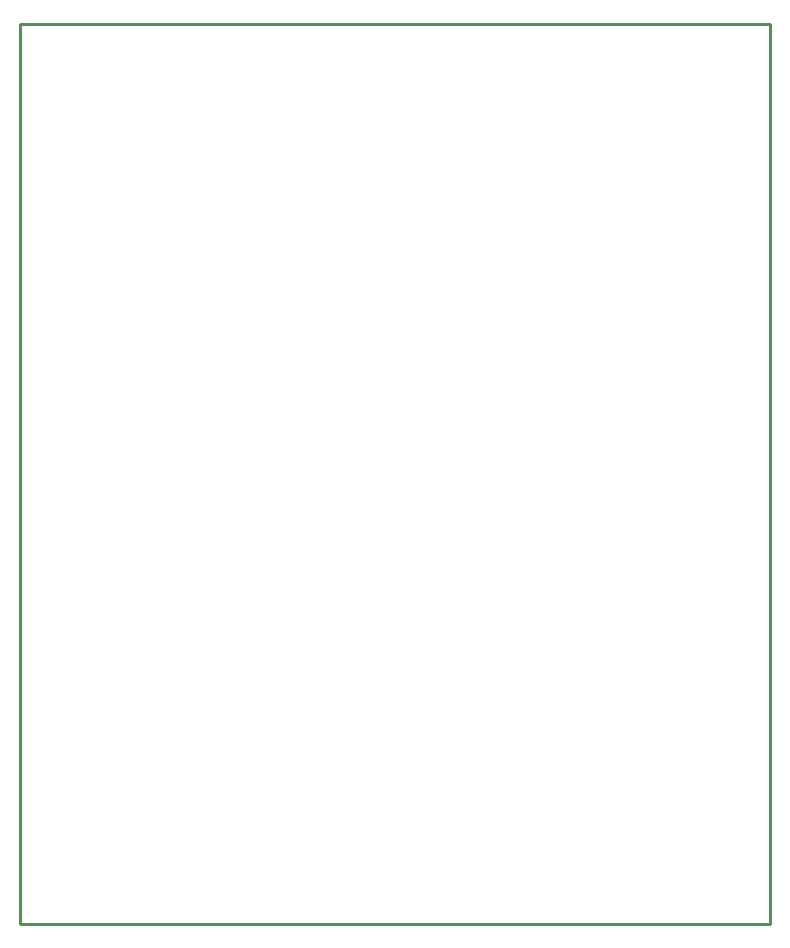
<source format=gbr>
G04 start of page 4 for group 6 idx 6 *
G04 Title: (unknown), outline *
G04 Creator: pcb 20140316 *
G04 CreationDate: Fri 19 May 2017 10:14:56 PM GMT UTC *
G04 For: thomasc *
G04 Format: Gerber/RS-274X *
G04 PCB-Dimensions (mil): 2500.00 3000.00 *
G04 PCB-Coordinate-Origin: lower left *
%MOIN*%
%FSLAX25Y25*%
%LNOUTLINE*%
%ADD45C,0.0100*%
G54D45*X0Y300000D02*Y0D01*
X250000D01*
Y300000D01*
X0D01*
M02*

</source>
